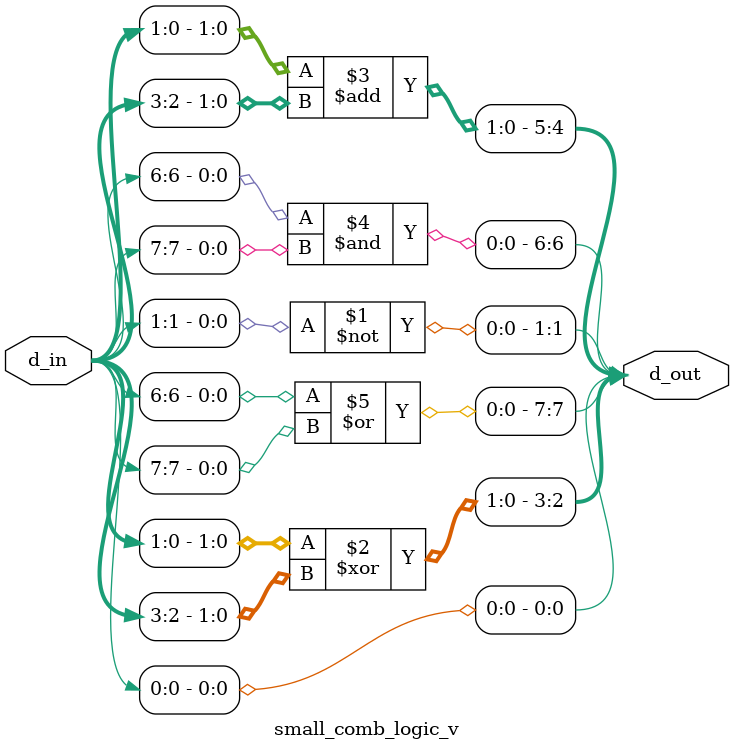
<source format=v>
/*
*  File            :   small_comb_logic_v.v
*  Autor           :   Vlasov D.V.
*  Data            :   2019.04.18
*  Language        :   Verilog
*  Description     :   This is simple connect with small combination logic
*  Copyright(c)    :   2019 Vlasov D.V.
*/

module small_comb_logic_v
(
    input   wire    [7 : 0]     d_in,   // data input
    output  wire    [7 : 0]     d_out   // data output
);

    assign d_out[0] = d_in[0];
    assign d_out[1] = ~d_in[1];
    assign d_out[2 +: 2] = d_in[0 +: 2] ^ d_in[2 +: 2];
    assign d_out[4 +: 2] = d_in[0 +: 2] + d_in[2 +: 2];
    assign d_out[6] = d_in[6] & d_in[7];
    assign d_out[7] = d_in[6] | d_in[7];

endmodule // small_comb_logic_v

</source>
